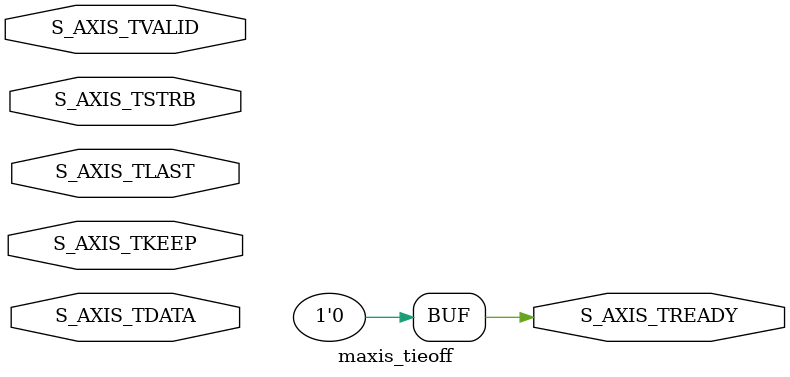
<source format=v>
`timescale 1ns / 1ps

module maxis_tieoff (
	    input [WIDTH-1:0] S_AXIS_TDATA,
	    input S_AXIS_TVALID,
	    output S_AXIS_TREADY,
	    input S_AXIS_TLAST,
	    input [WIDTH/8-1:0] S_AXIS_TKEEP,
	    input [WIDTH/8-1:0] S_AXIS_TSTRB
	    );

   parameter WIDTH=32;   

   assign S_AXIS_TREADY = 0;
   
   
endmodule



</source>
